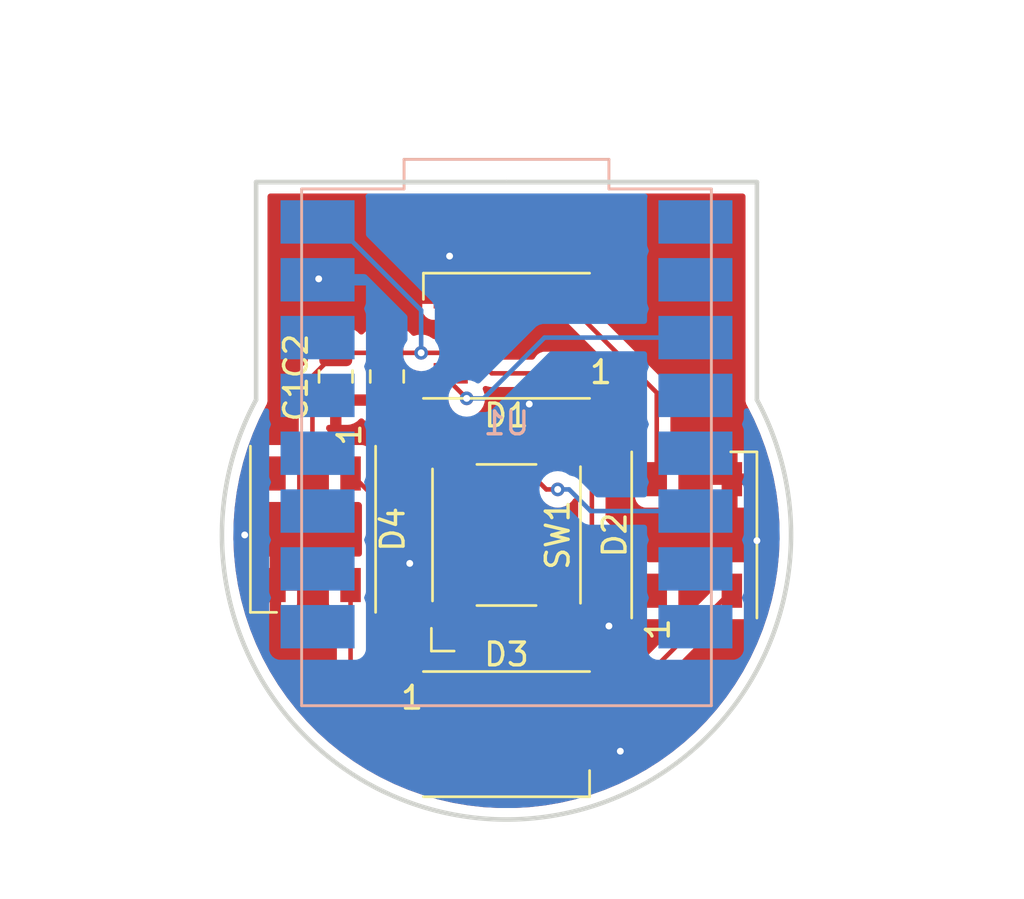
<source format=kicad_pcb>
(kicad_pcb (version 20240108) (generator "pcbnew") (generator_version "8.0")
  (layers (0 "F.Cu" signal) (31 "B.Cu" signal) (34 "B.Paste" user) (35 "F.Paste" user) (36 "B.SilkS" user "B.Silkscreen") (37 "F.SilkS" user "F.Silkscreen") (38 "B.Mask" user) (39 "F.Mask" user) (44 "Edge.Cuts" user))
  (net 0 "")
  (net 1 "+5V")
  (net 2 "GND")
  (net 3 "LED_DIN")
  (net 4 "Net-(D1-DOUT)")
  (net 5 "Net-(D2-DOUT)")
  (net 6 "Net-(D3-DOUT)")
  (net 7 "SCL")
  (net 8 "SDA")
  (net 9 "ACK_BTN")
  (net 10 "GPIO1")
  (net 11 "GPIO5")
  (net 12 "GPIO3")
  (net 13 "GPIO0")
  (net 14 "GPIO2")
  (net 15 "GPIO4")
  (net 16 "GPIO21")
  (net 17 "GPIO6")
  (net 18 "+3.3V")
  (net 19 "GPIO20")
  (footprint "LED_SMD:LED_WS2812B_PLCC4_5.0x5.0mm_P3.2mm" (layer "F.Cu") (at 134.75 97 -90)
    (property "Reference" "D4" (at 0 -3.5 90) (layer "F.SilkS"))
    (property "Value" "MOOD_LED")
    (fp_line (start -3.65 2.75) (end 3.65 2.75) (stroke (width 0.12)) (layer "F.SilkS"))
    (fp_line (start 3.65 2.75) (end 3.65 1.6) (stroke (width 0.12)) (layer "F.SilkS"))
    (fp_line (start -3.65 -2.75) (end 3.65 -2.75) (stroke (width 0.12)) (layer "F.SilkS"))
    (fp_text user "1" (at -4.15 -1.6 90) (layer "F.SilkS"))
    (pad "1" smd rect (at -2.45 -1.65 270) (size 1.5 0.9) (layers "F.Cu" "F.Paste" "F.Mask") (net 1 "+5V"))
    (pad "2" smd rect (at -2.45 1.65 270) (size 1.5 0.9) (layers "F.Cu" "F.Paste" "F.Mask"))
    (pad "3" smd rect (at 2.45 1.65 270) (size 1.5 0.9) (layers "F.Cu" "F.Paste" "F.Mask") (net 2 "GND"))
    (pad "4" smd rect (at 2.45 -1.65 270) (size 1.5 0.9) (layers "F.Cu" "F.Paste" "F.Mask") (net 6 "Net-(D3-DOUT)"))
  )
  (footprint "LED_SMD:LED_WS2812B_PLCC4_5.0x5.0mm_P3.2mm" (layer "F.Cu") (at 143.25 106)
    (property "Reference" "D3" (at 0 -3.5 360) (layer "F.SilkS"))
    (property "Value" "MOOD_LED")
    (fp_line (start -3.65 -2.75) (end 3.65 -2.75) (stroke (width 0.12)) (layer "F.SilkS"))
    (fp_line (start -3.65 2.75) (end 3.65 2.75) (stroke (width 0.12)) (layer "F.SilkS"))
    (fp_line (start 3.65 2.75) (end 3.65 1.6) (stroke (width 0.12)) (layer "F.SilkS"))
    (fp_text user "1" (at -4.15 -1.6 360) (layer "F.SilkS"))
    (pad "1" smd rect (at -2.45 -1.65) (size 1.5 0.9) (layers "F.Cu" "F.Paste" "F.Mask") (net 1 "+5V"))
    (pad "2" smd rect (at -2.45 1.65) (size 1.5 0.9) (layers "F.Cu" "F.Paste" "F.Mask") (net 6 "Net-(D3-DOUT)"))
    (pad "3" smd rect (at 2.45 1.65) (size 1.5 0.9) (layers "F.Cu" "F.Paste" "F.Mask") (net 2 "GND"))
    (pad "4" smd rect (at 2.45 -1.65) (size 1.5 0.9) (layers "F.Cu" "F.Paste" "F.Mask") (net 5 "Net-(D2-DOUT)"))
  )
  (footprint "LED_SMD:LED_WS2812B_PLCC4_5.0x5.0mm_P3.2mm" (layer "F.Cu") (at 151.5 97.25 90)
    (property "Reference" "D2" (at 0 -3.5 270) (layer "F.SilkS"))
    (property "Value" "MOOD_LED")
    (fp_line (start -3.65 -2.75) (end 3.65 -2.75) (stroke (width 0.12)) (layer "F.SilkS"))
    (fp_line (start 3.65 2.75) (end 3.65 1.6) (stroke (width 0.12)) (layer "F.SilkS"))
    (fp_line (start -3.65 2.75) (end 3.65 2.75) (stroke (width 0.12)) (layer "F.SilkS"))
    (fp_text user "1" (at -4.15 -1.6 270) (layer "F.SilkS"))
    (pad "1" smd rect (at -2.45 -1.65 90) (size 1.5 0.9) (layers "F.Cu" "F.Paste" "F.Mask") (net 1 "+5V"))
    (pad "2" smd rect (at -2.45 1.65 90) (size 1.5 0.9) (layers "F.Cu" "F.Paste" "F.Mask") (net 5 "Net-(D2-DOUT)"))
    (pad "3" smd rect (at 2.45 1.65 90) (size 1.5 0.9) (layers "F.Cu" "F.Paste" "F.Mask") (net 2 "GND"))
    (pad "4" smd rect (at 2.45 -1.65 90) (size 1.5 0.9) (layers "F.Cu" "F.Paste" "F.Mask") (net 4 "Net-(D1-DOUT)"))
  )
  (footprint "LED_SMD:LED_WS2812B_PLCC4_5.0x5.0mm_P3.2mm" (layer "F.Cu") (at 143.25 88.5 180)
    (property "Reference" "D1" (at 0 -3.5 180) (layer "F.SilkS"))
    (property "Value" "MOOD_LED")
    (fp_line (start 3.65 2.75) (end 3.65 1.6) (stroke (width 0.12)) (layer "F.SilkS"))
    (fp_line (start -3.65 2.75) (end 3.65 2.75) (stroke (width 0.12)) (layer "F.SilkS"))
    (fp_line (start -3.65 -2.75) (end 3.65 -2.75) (stroke (width 0.12)) (layer "F.SilkS"))
    (fp_text user "1" (at -4.15 -1.6 180) (layer "F.SilkS"))
    (pad "1" smd rect (at -2.45 -1.65 180) (size 1.5 0.9) (layers "F.Cu" "F.Paste" "F.Mask") (net 1 "+5V"))
    (pad "2" smd rect (at -2.45 1.65 180) (size 1.5 0.9) (layers "F.Cu" "F.Paste" "F.Mask") (net 4 "Net-(D1-DOUT)"))
    (pad "3" smd rect (at 2.45 1.65 180) (size 1.5 0.9) (layers "F.Cu" "F.Paste" "F.Mask") (net 2 "GND"))
    (pad "4" smd rect (at 2.45 -1.65 180) (size 1.5 0.9) (layers "F.Cu" "F.Paste" "F.Mask") (net 3 "LED_DIN"))
  )
  (footprint "Button_Switch_SMD:SW_SPST_Omron_B3FS-100xP" (layer "F.Cu") (at 143.25 97.25 90)
    (property "Reference" "SW1" (at 0 2.25 270) (layer "F.SilkS"))
    (property "Value" "ACK!")
    (fp_line (start -5.1 -3.3) (end -4.1 -3.3) (stroke (width 0.12)) (layer "F.SilkS"))
    (fp_line (start 2.9 -3.25) (end -2.9 -3.25) (stroke (width 0.12)) (layer "F.SilkS"))
    (fp_line (start -5.1 -2.3) (end -5.1 -3.3) (stroke (width 0.12)) (layer "F.SilkS"))
    (fp_line (start 3.1 -1.3) (end 3.1 1.3) (stroke (width 0.12)) (layer "F.SilkS"))
    (fp_line (start -3.1 -1.3) (end -3.1 1.3) (stroke (width 0.12)) (layer "F.SilkS"))
    (fp_line (start 3 3.25) (end -3 3.25) (stroke (width 0.12)) (layer "F.SilkS"))
    (pad "1" smd rect (at -4 -2.25 270) (size 1.6 1.4) (layers "F.Cu" "F.Paste" "F.Mask") (net 9 "ACK_BTN"))
    (pad "1" smd rect (at 4 -2.25 270) (size 1.6 1.4) (layers "F.Cu" "F.Paste" "F.Mask") (net 9 "ACK_BTN"))
    (pad "2" smd rect (at -4 2.25 270) (size 1.6 1.4) (layers "F.Cu" "F.Paste" "F.Mask") (net 2 "GND"))
    (pad "2" smd rect (at 4 2.25 270) (size 1.6 1.4) (layers "F.Cu" "F.Paste" "F.Mask") (net 2 "GND"))
  )
  (footprint "Capacitor_SMD:C_0805_2012Metric_Pad1.18x1.45mm_HandSolder" (layer "F.Cu") (at 135.75 90.2875 -90)
    (property "Reference" "C2" (at -0.9 1.75 90) (layer "F.SilkS"))
    (property "Value" "470nF")
    (fp_line (start -0.261252 0.735) (end 0.261252 0.735) (stroke (width 0.12)) (layer "F.SilkS"))
    (fp_line (start -0.261252 -0.735) (end 0.261252 -0.735) (stroke (width 0.12)) (layer "F.SilkS"))
    (pad "1" smd roundrect (at -1.0375 0 270) (size 1.175 1.45) (layers "F.Cu" "F.Paste" "F.Mask") (roundrect_rratio 0.212766) (net 1 "+5V"))
    (pad "2" smd roundrect (at 1.0375 0 270) (size 1.175 1.45) (layers "F.Cu" "F.Paste" "F.Mask") (roundrect_rratio 0.212766) (net 2 "GND"))
  )
  (footprint "Capacitor_SMD:C_0805_2012Metric_Pad1.18x1.45mm_HandSolder" (layer "F.Cu") (at 138 90.2875 -90)
    (property "Reference" "C1" (at 1 4 90) (layer "F.SilkS"))
    (property "Value" "470nF")
    (fp_line (start -0.261252 0.735) (end 0.261252 0.735) (stroke (width 0.12)) (layer "F.SilkS"))
    (fp_line (start -0.261252 -0.735) (end 0.261252 -0.735) (stroke (width 0.12)) (layer "F.SilkS"))
    (pad "1" smd roundrect (at -1.0375 0 270) (size 1.175 1.45) (layers "F.Cu" "F.Paste" "F.Mask") (roundrect_rratio 0.212766) (net 1 "+5V"))
    (pad "2" smd roundrect (at 1.0375 0 270) (size 1.175 1.45) (layers "F.Cu" "F.Paste" "F.Mask") (roundrect_rratio 0.212766) (net 2 "GND"))
  )
  (footprint "footprint:MODULE_ESP32-C3_SUPERMINI" (layer "B.Cu") (at 143.25 93.4 180)
    (property "Reference" "U1" (at 0 1.05 180) (layer "B.SilkS") (effects (justify mirror)))
    (property "Value" "ESP32-C3_SUPERMINI")
    (fp_line (start 9 11.35) (end 9 -11.35) (stroke (width 0.127)) (layer "B.SilkS"))
    (fp_line (start 4.5 11.35) (end 9 11.35) (stroke (width 0.127)) (layer "B.SilkS"))
    (fp_line (start 4.5 11.35) (end 4.5 12.65) (stroke (width 0.127)) (layer "B.SilkS"))
    (fp_line (start -4.5 12.65) (end 4.5 12.65) (stroke (width 0.127)) (layer "B.SilkS"))
    (fp_line (start -4.5 11.35) (end -4.5 12.65) (stroke (width 0.127)) (layer "B.SilkS"))
    (fp_line (start -9 11.35) (end -4.5 11.35) (stroke (width 0.127)) (layer "B.SilkS"))
    (fp_line (start -9 11.35) (end -9 -11.35) (stroke (width 0.127)) (layer "B.SilkS"))
    (fp_line (start -9 -11.35) (end 9 -11.35) (stroke (width 0.127)) (layer "B.SilkS"))
    (pad "0" smd rect (at 8.3 -7.88 180) (size 3.25 1.905) (layers "B.Cu" "B.Paste" "B.Mask") (net 13 "GPIO0"))
    (pad "1" smd rect (at 8.3 -5.34 180) (size 3.25 1.905) (layers "B.Cu" "B.Paste" "B.Mask") (net 10 "GPIO1"))
    (pad "2" smd rect (at 8.3 -2.8 180) (size 3.25 1.905) (layers "B.Cu" "B.Paste" "B.Mask") (net 14 "GPIO2"))
    (pad "3" smd rect (at 8.3 -0.26 180) (size 3.25 1.905) (layers "B.Cu" "B.Paste" "B.Mask") (net 12 "GPIO3"))
    (pad "3.3" smd rect (at 8.3 4.82 180) (size 3.25 1.905) (layers "B.Cu" "B.Paste" "B.Mask") (net 18 "+3.3V"))
    (pad "4" smd rect (at 8.3 2.28 180) (size 3.25 1.905) (layers "B.Cu" "B.Paste" "B.Mask") (net 15 "GPIO4"))
    (pad "5" smd rect (at -8.3 9.9 180) (size 3.25 1.905) (layers "B.Cu" "B.Paste" "B.Mask") (net 11 "GPIO5"))
    (pad "5V" smd rect (at 8.3 9.9 180) (size 3.25 1.905) (layers "B.Cu" "B.Paste" "B.Mask") (net 1 "+5V"))
    (pad "6" smd rect (at -8.3 7.36 180) (size 3.25 1.905) (layers "B.Cu" "B.Paste" "B.Mask") (net 17 "GPIO6"))
    (pad "7" smd rect (at -8.3 4.82 180) (size 3.25 1.905) (layers "B.Cu" "B.Paste" "B.Mask") (net 3 "LED_DIN"))
    (pad "8" smd rect (at -8.3 2.28 180) (size 3.25 1.905) (layers "B.Cu" "B.Paste" "B.Mask") (net 8 "SDA"))
    (pad "9" smd rect (at -8.3 -0.26 180) (size 3.25 1.905) (layers "B.Cu" "B.Paste" "B.Mask") (net 7 "SCL"))
    (pad "10" smd rect (at -8.3 -2.8 180) (size 3.25 1.905) (layers "B.Cu" "B.Paste" "B.Mask") (net 9 "ACK_BTN"))
    (pad "20" smd rect (at -8.3 -5.34 180) (size 3.25 1.905) (layers "B.Cu" "B.Paste" "B.Mask") (net 19 "GPIO20"))
    (pad "21" smd rect (at -8.3 -7.88 180) (size 3.25 1.905) (layers "B.Cu" "B.Paste" "B.Mask") (net 16 "GPIO21"))
    (pad "G" smd rect (at 8.3 7.36 180) (size 3.25 1.905) (layers "B.Cu" "B.Paste" "B.Mask") (net 2 "GND"))
  )
  (gr_arc (start 154.25 91.312832) (mid 143.25 109.75) (end 132.25 91.312832) (stroke (width 0.2)) (layer "Edge.Cuts"))
  (gr_line (start 154.25 81.75) (end 132.25 81.75) (stroke (width 0.2)) (layer "Edge.Cuts"))
  (gr_line (start 154.25 81.75) (end 143.25 81.75) (stroke (width 0.2)) (layer "Edge.Cuts"))
  (gr_line (start 154.25 91.312832) (end 154.25 81.75) (stroke (width 0.2)) (layer "Edge.Cuts"))
  (gr_line (start 132.25 81.75) (end 132.25 91.312832) (stroke (width 0.2)) (layer "Edge.Cuts"))
  (gr_line (start 132.25 81.75) (end 143.25 81.75) (stroke (width 0.2)) (layer "Edge.Cuts"))
  (segment (start 139.5 89.25) (end 141.7 89.25) (width 0.2) (layer "F.Cu") (net 1))
  (segment (start 139.35 104.35) (end 140.8 104.35) (width 0.2) (layer "F.Cu") (net 1))
  (segment (start 141.7 89.25) (end 142.6 90.15) (width 0.2) (layer "F.Cu") (net 1))
  (segment (start 135.75 89.25) (end 134.725 90.275) (width 0.2) (layer "F.Cu") (net 1))
  (segment (start 135.75 89.25) (end 138 89.25) (width 0.2) (layer "F.Cu") (net 1))
  (segment (start 142.6 90.15) (end 145.7 90.15) (width 0.2) (layer "F.Cu") (net 1))
  (segment (start 134.725 92.875) (end 136.4 94.55) (width 0.2) (layer "F.Cu") (net 1))
  (segment (start 137.5 102.5) (end 139.35 104.35) (width 0.2) (layer "F.Cu") (net 1))
  (segment (start 134.725 90.275) (end 134.725 92.875) (width 0.2) (layer "F.Cu") (net 1))
  (segment (start 136.4 94.55) (end 137.5 95.65) (width 0.2) (layer "F.Cu") (net 1))
  (segment (start 138 89.25) (end 138 89.0375) (width 0.2) (layer "F.Cu") (net 1))
  (segment (start 138 89.25) (end 139.5 89.25) (width 0.2) (layer "F.Cu") (net 1))
  (segment (start 145.7 90.15) (end 147 91.45) (width 0.2) (layer "F.Cu") (net 1))
  (segment (start 147 96.85) (end 149.85 99.7) (width 0.2) (layer "F.Cu") (net 1))
  (segment (start 147 91.45) (end 147 96.85) (width 0.2) (layer "F.Cu") (net 1))
  (segment (start 137.5 95.65) (end 137.5 102.5) (width 0.2) (layer "F.Cu") (net 1))
  (via (at 139.5 89.25) (size 0.6) (drill 0.3) (layers "F.Cu" "B.Cu") (net 1))
  (segment (start 139.5 87.3775) (end 139.5 89.25) (width 0.2) (layer "B.Cu") (net 1))
  (segment (start 135.6225 83.5) (end 139.5 87.3775) (width 0.2) (layer "B.Cu") (net 1))
  (segment (start 134.95 83.5) (end 135.6225 83.5) (width 0.2) (layer "B.Cu") (net 1))
  (via (at 135 86) (size 0.6) (drill 0.3) (layers "F.Cu" "B.Cu") (net 2))
  (via (at 154.25 97.5) (size 0.6) (drill 0.3) (layers "F.Cu" "B.Cu") (net 2))
  (via (at 140.75 85) (size 0.6) (drill 0.3) (layers "F.Cu" "B.Cu") (net 2))
  (via (at 147.75 101.25) (size 0.6) (drill 0.3) (layers "F.Cu" "B.Cu") (net 2))
  (via (at 139 98.5) (size 0.6) (drill 0.3) (layers "F.Cu" "B.Cu") (net 2))
  (via (at 148.25 106.75) (size 0.6) (drill 0.3) (layers "F.Cu" "B.Cu") (net 2))
  (via (at 144.25 91.5) (size 0.6) (drill 0.3) (layers "F.Cu" "B.Cu") (net 2))
  (via (at 131.75 97.25) (size 0.6) (drill 0.3) (layers "F.Cu" "B.Cu") (net 2))
  (segment (start 140.8 90.55) (end 141.5 91.25) (width 0.2) (layer "F.Cu") (net 3))
  (segment (start 140.8 90.15) (end 140.8 90.55) (width 0.2) (layer "F.Cu") (net 3))
  (via (at 141.5 91.25) (size 0.6) (drill 0.3) (layers "F.Cu" "B.Cu") (net 3))
  (segment (start 142.25 91.25) (end 144.92 88.58) (width 0.2) (layer "B.Cu") (net 3))
  (segment (start 144.92 88.58) (end 151.55 88.58) (width 0.2) (layer "B.Cu") (net 3))
  (segment (start 141.5 91.25) (end 142.25 91.25) (width 0.2) (layer "B.Cu") (net 3))
  (segment (start 149.85 94.8) (end 149.85 91) (width 0.2) (layer "F.Cu") (net 4))
  (segment (start 149.85 91) (end 145.7 86.85) (width 0.2) (layer "F.Cu") (net 4))
  (segment (start 153.15 99.7) (end 148.5 104.35) (width 0.2) (layer "F.Cu") (net 5))
  (segment (start 148.5 104.35) (end 145.7 104.35) (width 0.2) (layer "F.Cu") (net 5))
  (segment (start 136.4 99.45) (end 136.4 103.25) (width 0.2) (layer "F.Cu") (net 6))
  (segment (start 136.4 103.25) (end 140.8 107.65) (width 0.2) (layer "F.Cu") (net 6))
  (segment (start 141 93.25) (end 143 93.25) (width 0.2) (layer "F.Cu") (net 9))
  (segment (start 145 95.25) (end 145.5 95.25) (width 0.2) (layer "F.Cu") (net 9))
  (segment (start 143 93.25) (end 145 95.25) (width 0.2) (layer "F.Cu") (net 9))
  (segment (start 141 101.25) (end 141 93.25) (width 0.2) (layer "F.Cu") (net 9))
  (via (at 145.5 95.25) (size 0.6) (drill 0.3) (layers "F.Cu" "B.Cu") (net 9))
  (segment (start 145.5 95.25) (end 146 95.25) (width 0.2) (layer "B.Cu") (net 9))
  (segment (start 146.95 96.2) (end 151.55 96.2) (width 0.2) (layer "B.Cu") (net 9))
  (segment (start 146 95.25) (end 146.95 96.2) (width 0.2) (layer "B.Cu") (net 9))
  (zone (net 2) (net_name "GND") (layers "F&B.Cu") (connect_pads (clearance 0.5)) (min_thickness 0.25) (fill yes (thermal_gap 0.5) (thermal_bridge_width 0.5))
    (polygon (pts (xy 166 75.25) (xy 121.75 73.75) (xy 121 113.25) (xy 164.75 112.25)))
  )
)
</source>
